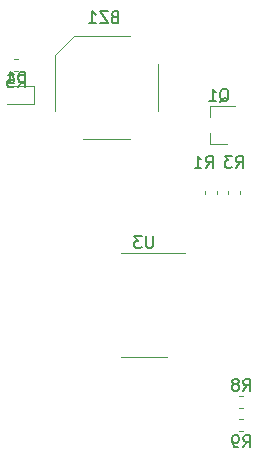
<source format=gbr>
G04 #@! TF.GenerationSoftware,KiCad,Pcbnew,(5.1.5)-3*
G04 #@! TF.CreationDate,2020-11-19T15:19:38-03:00*
G04 #@! TF.ProjectId,MainBoard_a,4d61696e-426f-4617-9264-5f612e6b6963,1*
G04 #@! TF.SameCoordinates,Original*
G04 #@! TF.FileFunction,Legend,Bot*
G04 #@! TF.FilePolarity,Positive*
%FSLAX46Y46*%
G04 Gerber Fmt 4.6, Leading zero omitted, Abs format (unit mm)*
G04 Created by KiCad (PCBNEW (5.1.5)-3) date 2020-11-19 15:19:38*
%MOMM*%
%LPD*%
G04 APERTURE LIST*
%ADD10C,0.120000*%
%ADD11C,0.150000*%
G04 APERTURE END LIST*
D10*
X61035000Y-53435000D02*
X61035000Y-48685000D01*
X67405000Y-55805000D02*
X63405000Y-55805000D01*
X69775000Y-49435000D02*
X69775000Y-53435000D01*
X62655000Y-47065000D02*
X67405000Y-47065000D01*
X62655000Y-47065000D02*
X61035000Y-48685000D01*
X56985000Y-51335000D02*
X59270000Y-51335000D01*
X59270000Y-51335000D02*
X59270000Y-52805000D01*
X59270000Y-52805000D02*
X56985000Y-52805000D01*
X74170000Y-56190000D02*
X74170000Y-55260000D01*
X74170000Y-53030000D02*
X74170000Y-53960000D01*
X74170000Y-53030000D02*
X76330000Y-53030000D01*
X74170000Y-56190000D02*
X75630000Y-56190000D01*
X73785000Y-60162221D02*
X73785000Y-60487779D01*
X74805000Y-60162221D02*
X74805000Y-60487779D01*
X76710000Y-60162221D02*
X76710000Y-60487779D01*
X75690000Y-60162221D02*
X75690000Y-60487779D01*
X57622221Y-49020000D02*
X57947779Y-49020000D01*
X57622221Y-50040000D02*
X57947779Y-50040000D01*
X76997779Y-77595000D02*
X76672221Y-77595000D01*
X76997779Y-78615000D02*
X76672221Y-78615000D01*
X76672221Y-80520000D02*
X76997779Y-80520000D01*
X76672221Y-79500000D02*
X76997779Y-79500000D01*
X68580000Y-74285000D02*
X66630000Y-74285000D01*
X68580000Y-74285000D02*
X70530000Y-74285000D01*
X68580000Y-65415000D02*
X66630000Y-65415000D01*
X68580000Y-65415000D02*
X72030000Y-65415000D01*
D11*
X66085952Y-45463571D02*
X65943095Y-45511190D01*
X65895476Y-45558809D01*
X65847857Y-45654047D01*
X65847857Y-45796904D01*
X65895476Y-45892142D01*
X65943095Y-45939761D01*
X66038333Y-45987380D01*
X66419285Y-45987380D01*
X66419285Y-44987380D01*
X66085952Y-44987380D01*
X65990714Y-45035000D01*
X65943095Y-45082619D01*
X65895476Y-45177857D01*
X65895476Y-45273095D01*
X65943095Y-45368333D01*
X65990714Y-45415952D01*
X66085952Y-45463571D01*
X66419285Y-45463571D01*
X65514523Y-44987380D02*
X64847857Y-44987380D01*
X65514523Y-45987380D01*
X64847857Y-45987380D01*
X63943095Y-45987380D02*
X64514523Y-45987380D01*
X64228809Y-45987380D02*
X64228809Y-44987380D01*
X64324047Y-45130238D01*
X64419285Y-45225476D01*
X64514523Y-45273095D01*
X58523095Y-51092380D02*
X58523095Y-50092380D01*
X58285000Y-50092380D01*
X58142142Y-50140000D01*
X58046904Y-50235238D01*
X57999285Y-50330476D01*
X57951666Y-50520952D01*
X57951666Y-50663809D01*
X57999285Y-50854285D01*
X58046904Y-50949523D01*
X58142142Y-51044761D01*
X58285000Y-51092380D01*
X58523095Y-51092380D01*
X56999285Y-51092380D02*
X57570714Y-51092380D01*
X57285000Y-51092380D02*
X57285000Y-50092380D01*
X57380238Y-50235238D01*
X57475476Y-50330476D01*
X57570714Y-50378095D01*
X75025238Y-52657619D02*
X75120476Y-52610000D01*
X75215714Y-52514761D01*
X75358571Y-52371904D01*
X75453809Y-52324285D01*
X75549047Y-52324285D01*
X75501428Y-52562380D02*
X75596666Y-52514761D01*
X75691904Y-52419523D01*
X75739523Y-52229047D01*
X75739523Y-51895714D01*
X75691904Y-51705238D01*
X75596666Y-51610000D01*
X75501428Y-51562380D01*
X75310952Y-51562380D01*
X75215714Y-51610000D01*
X75120476Y-51705238D01*
X75072857Y-51895714D01*
X75072857Y-52229047D01*
X75120476Y-52419523D01*
X75215714Y-52514761D01*
X75310952Y-52562380D01*
X75501428Y-52562380D01*
X74120476Y-52562380D02*
X74691904Y-52562380D01*
X74406190Y-52562380D02*
X74406190Y-51562380D01*
X74501428Y-51705238D01*
X74596666Y-51800476D01*
X74691904Y-51848095D01*
X73826666Y-58237380D02*
X74160000Y-57761190D01*
X74398095Y-58237380D02*
X74398095Y-57237380D01*
X74017142Y-57237380D01*
X73921904Y-57285000D01*
X73874285Y-57332619D01*
X73826666Y-57427857D01*
X73826666Y-57570714D01*
X73874285Y-57665952D01*
X73921904Y-57713571D01*
X74017142Y-57761190D01*
X74398095Y-57761190D01*
X72874285Y-58237380D02*
X73445714Y-58237380D01*
X73160000Y-58237380D02*
X73160000Y-57237380D01*
X73255238Y-57380238D01*
X73350476Y-57475476D01*
X73445714Y-57523095D01*
X76366666Y-58237380D02*
X76700000Y-57761190D01*
X76938095Y-58237380D02*
X76938095Y-57237380D01*
X76557142Y-57237380D01*
X76461904Y-57285000D01*
X76414285Y-57332619D01*
X76366666Y-57427857D01*
X76366666Y-57570714D01*
X76414285Y-57665952D01*
X76461904Y-57713571D01*
X76557142Y-57761190D01*
X76938095Y-57761190D01*
X76033333Y-57237380D02*
X75414285Y-57237380D01*
X75747619Y-57618333D01*
X75604761Y-57618333D01*
X75509523Y-57665952D01*
X75461904Y-57713571D01*
X75414285Y-57808809D01*
X75414285Y-58046904D01*
X75461904Y-58142142D01*
X75509523Y-58189761D01*
X75604761Y-58237380D01*
X75890476Y-58237380D01*
X75985714Y-58189761D01*
X76033333Y-58142142D01*
X57951666Y-51412380D02*
X58285000Y-50936190D01*
X58523095Y-51412380D02*
X58523095Y-50412380D01*
X58142142Y-50412380D01*
X58046904Y-50460000D01*
X57999285Y-50507619D01*
X57951666Y-50602857D01*
X57951666Y-50745714D01*
X57999285Y-50840952D01*
X58046904Y-50888571D01*
X58142142Y-50936190D01*
X58523095Y-50936190D01*
X57046904Y-50412380D02*
X57523095Y-50412380D01*
X57570714Y-50888571D01*
X57523095Y-50840952D01*
X57427857Y-50793333D01*
X57189761Y-50793333D01*
X57094523Y-50840952D01*
X57046904Y-50888571D01*
X56999285Y-50983809D01*
X56999285Y-51221904D01*
X57046904Y-51317142D01*
X57094523Y-51364761D01*
X57189761Y-51412380D01*
X57427857Y-51412380D01*
X57523095Y-51364761D01*
X57570714Y-51317142D01*
X77001666Y-77127380D02*
X77335000Y-76651190D01*
X77573095Y-77127380D02*
X77573095Y-76127380D01*
X77192142Y-76127380D01*
X77096904Y-76175000D01*
X77049285Y-76222619D01*
X77001666Y-76317857D01*
X77001666Y-76460714D01*
X77049285Y-76555952D01*
X77096904Y-76603571D01*
X77192142Y-76651190D01*
X77573095Y-76651190D01*
X76430238Y-76555952D02*
X76525476Y-76508333D01*
X76573095Y-76460714D01*
X76620714Y-76365476D01*
X76620714Y-76317857D01*
X76573095Y-76222619D01*
X76525476Y-76175000D01*
X76430238Y-76127380D01*
X76239761Y-76127380D01*
X76144523Y-76175000D01*
X76096904Y-76222619D01*
X76049285Y-76317857D01*
X76049285Y-76365476D01*
X76096904Y-76460714D01*
X76144523Y-76508333D01*
X76239761Y-76555952D01*
X76430238Y-76555952D01*
X76525476Y-76603571D01*
X76573095Y-76651190D01*
X76620714Y-76746428D01*
X76620714Y-76936904D01*
X76573095Y-77032142D01*
X76525476Y-77079761D01*
X76430238Y-77127380D01*
X76239761Y-77127380D01*
X76144523Y-77079761D01*
X76096904Y-77032142D01*
X76049285Y-76936904D01*
X76049285Y-76746428D01*
X76096904Y-76651190D01*
X76144523Y-76603571D01*
X76239761Y-76555952D01*
X77001666Y-81892380D02*
X77335000Y-81416190D01*
X77573095Y-81892380D02*
X77573095Y-80892380D01*
X77192142Y-80892380D01*
X77096904Y-80940000D01*
X77049285Y-80987619D01*
X77001666Y-81082857D01*
X77001666Y-81225714D01*
X77049285Y-81320952D01*
X77096904Y-81368571D01*
X77192142Y-81416190D01*
X77573095Y-81416190D01*
X76525476Y-81892380D02*
X76335000Y-81892380D01*
X76239761Y-81844761D01*
X76192142Y-81797142D01*
X76096904Y-81654285D01*
X76049285Y-81463809D01*
X76049285Y-81082857D01*
X76096904Y-80987619D01*
X76144523Y-80940000D01*
X76239761Y-80892380D01*
X76430238Y-80892380D01*
X76525476Y-80940000D01*
X76573095Y-80987619D01*
X76620714Y-81082857D01*
X76620714Y-81320952D01*
X76573095Y-81416190D01*
X76525476Y-81463809D01*
X76430238Y-81511428D01*
X76239761Y-81511428D01*
X76144523Y-81463809D01*
X76096904Y-81416190D01*
X76049285Y-81320952D01*
X69341904Y-64022380D02*
X69341904Y-64831904D01*
X69294285Y-64927142D01*
X69246666Y-64974761D01*
X69151428Y-65022380D01*
X68960952Y-65022380D01*
X68865714Y-64974761D01*
X68818095Y-64927142D01*
X68770476Y-64831904D01*
X68770476Y-64022380D01*
X68389523Y-64022380D02*
X67770476Y-64022380D01*
X68103809Y-64403333D01*
X67960952Y-64403333D01*
X67865714Y-64450952D01*
X67818095Y-64498571D01*
X67770476Y-64593809D01*
X67770476Y-64831904D01*
X67818095Y-64927142D01*
X67865714Y-64974761D01*
X67960952Y-65022380D01*
X68246666Y-65022380D01*
X68341904Y-64974761D01*
X68389523Y-64927142D01*
M02*

</source>
